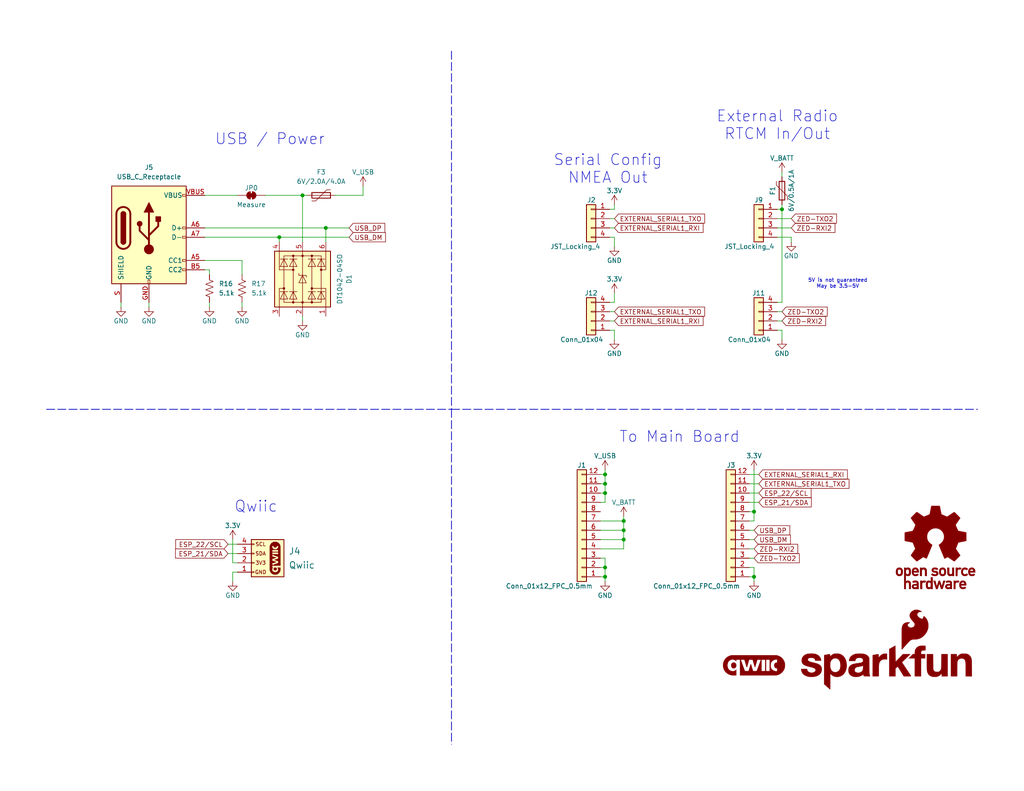
<source format=kicad_sch>
(kicad_sch (version 20231120) (generator "eeschema") (generator_version "8.0")
  (paper "USLetter")
  (title_block (title "SparkFun RTK Facet - External Connector") (date "2024-09-25") (rev "v13") (comment 1 "Designed by: N. Seidle"))
  (lib_symbols
    (symbol "SparkFun-Aesthetic:OSHW_Logo" (pin_names (offset 1.016)) (in_bom no))
    (symbol "SparkFun-Aesthetic:SparkFun_Logo" (pin_names (offset 1.016)) (on_board no))
    (symbol "SparkFun-Aesthetic:qwiic_Logo" (pin_names (offset 1.016)) (on_board no))
    (symbol "SparkFun-Connector:Conn_01x04" (pin_names (offset 1.016) hide)
      (property "Reference" "J" (at 0 5.08 0))
      (property "Value" "Conn_01x04" (at 0 -7.62 0))
      (symbol "Conn_01x04_1_1"
        (pin passive line (at -5.08 2.54 0) (length 3.81) (name "Pin_1") (number "1"))
        (pin passive line (at -5.08 0 0) (length 3.81) (name "Pin_2") (number "2"))
        (pin passive line (at -5.08 -2.54 0) (length 3.81) (name "Pin_3") (number "3"))
        (pin passive line (at -5.08 -5.08 0) (length 3.81) (name "Pin_4") (number "4"))
      )
    )
    (symbol "SparkFun-Connector:Conn_01x04_JST_1.25mm_Locking" (pin_names (offset 1.016) hide)
      (property "Reference" "J" (at 0 5.08 0))
      (property "Value" "JST_Locking_4" (at 0 -7.62 0))
      (symbol "Conn_01x04_JST_1.25mm_Locking_1_1"
        (pin passive line (at -5.08 2.54 0) (length 3.81) (name "Pin_1") (number "1"))
        (pin passive line (at -5.08 0 0) (length 3.81) (name "Pin_2") (number "2"))
        (pin passive line (at -5.08 -2.54 0) (length 3.81) (name "Pin_3") (number "3"))
        (pin passive line (at -5.08 -5.08 0) (length 3.81) (name "Pin_4") (number "4"))
        (pin no_connect line (at 6.35 -6.35 90) (length 5.08) hide (name "NC") (number "NC1"))
        (pin no_connect line (at 3.81 -6.35 90) (length 5.08) hide (name "NC") (number "NC2"))
      )
    )
    (symbol "SparkFun-Connector:Conn_01x12_FPC_0.5mm" (pin_names (offset 1.016) hide)
      (property "Reference" "J" (at 0 15.24 0))
      (property "Value" "Conn_01x12_FPC_0.5mm" (at 0 -17.78 0))
      (symbol "Conn_01x12_FPC_0.5mm_1_1"
        (pin passive line (at -5.08 12.7 0) (length 3.81) (name "Pin_1") (number "1"))
        (pin passive line (at -5.08 -10.16 0) (length 3.81) (name "Pin_10") (number "10"))
        (pin passive line (at -5.08 -12.7 0) (length 3.81) (name "Pin_11") (number "11"))
        (pin passive line (at -5.08 -15.24 0) (length 3.81) (name "Pin_12") (number "12"))
        (pin passive line (at -5.08 10.16 0) (length 3.81) (name "Pin_2") (number "2"))
        (pin passive line (at -5.08 7.62 0) (length 3.81) (name "Pin_3") (number "3"))
        (pin passive line (at -5.08 5.08 0) (length 3.81) (name "Pin_4") (number "4"))
        (pin passive line (at -5.08 2.54 0) (length 3.81) (name "Pin_5") (number "5"))
        (pin passive line (at -5.08 0 0) (length 3.81) (name "Pin_6") (number "6"))
        (pin passive line (at -5.08 -2.54 0) (length 3.81) (name "Pin_7") (number "7"))
        (pin passive line (at -5.08 -5.08 0) (length 3.81) (name "Pin_8") (number "8"))
        (pin passive line (at -5.08 -7.62 0) (length 3.81) (name "Pin_9") (number "9"))
      )
    )
    (symbol "SparkFun-Connector:Qwiic_Right_Angle" (pin_names (offset 1.016) hide)
      (property "Reference" "J" (at 0 5.08 0))
      (property "Value" "Qwiic_RA" (at 0 -7.62 0))
      (symbol "Qwiic_Right_Angle_1_1"
        (text "3V3" (at 1.27 -2.54 0) (effects (font (size 1 1))))
        (text "GND" (at 1.27 -5.08 0) (effects (font (size 1 1))))
        (text "SCL" (at 1.27 2.54 0) (effects (font (size 1 1))))
        (text "SDA" (at 1.27 0 0) (effects (font (size 1 1))))
        (pin passive line (at -5.08 -5.08 0) (length 3.81) (name "Pin_1") (number "1"))
        (pin passive line (at -5.08 -2.54 0) (length 3.81) (name "Pin_2") (number "2"))
        (pin passive line (at -5.08 0 0) (length 3.81) (name "Pin_3") (number "3"))
        (pin passive line (at -5.08 2.54 0) (length 3.81) (name "Pin_4") (number "4"))
        (pin no_connect line (at 5.08 3.81 270) (length 2.54) hide (name "NC") (number "NC1"))
        (pin no_connect line (at 6.35 3.81 270) (length 2.54) hide (name "NC") (number "NC2"))
      )
    )
    (symbol "SparkFun-Connector:USB_C_Receptacle" (pin_names (offset 1.016))
      (property "Reference" "J" (at -10.16 12.7 0))
      (property "Value" "USB_C_Receptacle" (at 19.05 12.7 0))
      (symbol "USB_C_Receptacle_1_1"
        (pin bidirectional line (at 15.24 -8.89 180) (length 5.08) (name "CC1") (number "A5"))
        (pin bidirectional line (at 15.24 0 180) (length 5.08) (name "D+") (number "A6"))
        (pin bidirectional line (at 15.24 -2.54 180) (length 5.08) (name "D-") (number "A7"))
        (pin no_connect line (at 2.54 -15.24 90) (length 5.08) hide (name "NC") (number "A8"))
        (pin bidirectional line (at 15.24 -11.43 180) (length 5.08) (name "CC2") (number "B5"))
        (pin bidirectional line (at 15.24 0 180) (length 5.08) hide (name "D+") (number "B6"))
        (pin bidirectional line (at 15.24 -2.54 180) (length 5.08) hide (name "D-") (number "B7"))
        (pin no_connect line (at 3.81 -15.24 90) (length 5.08) hide (name "NC") (number "B8"))
        (pin passive line (at 0 -20.32 90) (length 5.08) (name "GND") (number "GND"))
        (pin no_connect line (at -5.08 -15.24 90) (length 5.08) hide (name "NC") (number "NC1"))
        (pin no_connect line (at -3.81 -15.24 90) (length 5.08) hide (name "NC") (number "NC2"))
        (pin no_connect line (at -2.54 -15.24 90) (length 5.08) hide (name "NC") (number "NC3"))
        (pin passive line (at -7.62 -20.32 90) (length 5.08) (name "SHIELD") (number "S"))
        (pin power_out line (at 15.24 8.89 180) (length 5.08) (name "VBUS") (number "VBUS"))
      )
    )
    (symbol "SparkFun-DiscreteSemi:D_TVS_ESD_USB" (pin_names hide)
      (property "Reference" "D" (at -8.636 -2.794 90))
      (property "Value" "DT1042-04SO" (at 9.398 -8.382 90))
      (symbol "D_TVS_ESD_USB_1_1"
        (pin passive line (at -6.35 -11.43 90) (length 2.54) (name "I/O1") (number "1"))
        (pin passive line (at 0 -11.43 90) (length 2.54) (name "GND") (number "2"))
        (pin passive line (at 6.35 -11.43 90) (length 2.54) (name "I/O2") (number "3"))
        (pin passive line (at 6.35 8.89 270) (length 2.54) (name "I/O3") (number "4"))
        (pin passive line (at 0 8.89 270) (length 2.54) (name "VCC") (number "5"))
        (pin passive line (at -6.35 8.89 270) (length 2.54) (name "I/O4") (number "6"))
      )
    )
    (symbol "SparkFun-Fuse:Fuse 6V/0.5A/1A" (pin_numbers hide) (pin_names (offset 0))
      (property "Reference" "F" (at 0 2.54 0))
      (property "Value" "6V/0.5A/1A" (at 0 -2.54 0))
      (symbol "Fuse 6V/0.5A/1A_1_1"
        (pin passive line (at 3.81 0 180) (length 1.27) (name "~") (number "1"))
        (pin passive line (at -3.81 0 0) (length 1.27) (name "~") (number "2"))
      )
    )
    (symbol "SparkFun-Fuse:Fuse 6V/2.0A/4.0A" (pin_numbers hide) (pin_names (offset 0))
      (property "Reference" "F" (at 0 2.54 0))
      (property "Value" "6V/2.0A/4.0A" (at 0 -2.54 0))
      (symbol "Fuse 6V/2.0A/4.0A_1_1"
        (pin passive line (at 3.81 0 180) (length 1.27) (name "~") (number "1"))
        (pin passive line (at -3.81 0 0) (length 1.27) (name "~") (number "2"))
      )
    )
    (symbol "SparkFun-Jumper:Jumper_Measure" (pin_numbers hide) (pin_names (offset 0) hide)
      (property "Reference" "JP" (at 0 2.032 0))
      (property "Value" "Measure" (at 0 -2.54 0))
      (symbol "Jumper_Measure_1_1"
        (pin passive line (at -3.81 0 0) (length 2.54) (name "A") (number "1"))
        (pin passive line (at 3.81 0 180) (length 2.54) (name "B") (number "2"))
      )
    )
    (symbol "SparkFun-PowerSymbol:3.3V" (power) (pin_names (offset 0))
      (property "Value" "3.3V" (at 0 3.81 0))
      (symbol "3.3V_1_1"
        (pin power_in line (at 0 0 90) (length 0) hide (name "3.3V") (number "1"))
      )
    )
    (symbol "SparkFun-PowerSymbol:GND" (power) (pin_names (offset 0))
      (property "Value" "GND" (at 0 -3.81 0))
      (symbol "GND_1_1"
        (pin power_in line (at 0 0 270) (length 0) hide (name "GND") (number "1"))
      )
    )
    (symbol "SparkFun-PowerSymbol:VBATT" (power) (pin_names (offset 0))
      (property "Value" "VBATT" (at 0 3.81 0))
      (symbol "VBATT_1_1"
        (pin power_in line (at 0 0 90) (length 0) hide (name "VBATT") (number "1"))
      )
    )
    (symbol "SparkFun-PowerSymbol:VUSB" (power) (pin_names (offset 0))
      (property "Value" "VUSB" (at 0 3.81 0))
      (symbol "VUSB_1_1"
        (pin power_in line (at 0 0 90) (length 0) hide (name "VUSB") (number "1"))
      )
    )
    (symbol "SparkFun-Resistor:5.1k_0603" (pin_numbers hide) (pin_names (offset 0))
      (property "Reference" "R" (at 0 -2.54 0))
      (property "Value" "5.1k" (at 0 2.54 0))
      (symbol "5.1k_0603_1_1"
        (pin passive line (at 3.81 0 180) (length 1.27) (name "~") (number "1"))
        (pin passive line (at -3.81 0 0) (length 1.27) (name "~") (number "2"))
      )
    )
  )
  (junction (at 88.9 62.23))
  (junction (at 170.18 142.24))
  (junction (at 170.18 144.78))
  (junction (at 165.1 132.08))
  (junction (at 205.74 157.48))
  (junction (at 76.2 64.77))
  (junction (at 165.1 154.94))
  (junction (at 165.1 129.54))
  (junction (at 205.74 139.7))
  (junction (at 170.18 147.32))
  (junction (at 82.55 53.34))
  (junction (at 165.1 134.62))
  (junction (at 213.36 57.15))
  (junction (at 165.1 157.48))
  (polyline (pts (xy 123.19 111.76) (xy 123.19 111.76)) (stroke (width 0.2032) (type dash)))
  (wire (pts (xy 82.55 53.34) (xy 83.82 53.34)))
  (wire (pts (xy 212.09 87.63) (xy 213.36 87.63)) (stroke (width 0.1524)))
  (wire (pts (xy 163.83 144.78) (xy 170.18 144.78)) (stroke (width 0.1524)))
  (wire (pts (xy 205.74 139.7) (xy 205.74 142.24)) (stroke (width 0.1524)))
  (wire (pts (xy 166.37 82.55) (xy 167.64 82.55)) (stroke (width 0.1524)))
  (wire (pts (xy 212.09 64.77) (xy 215.9 64.77)) (stroke (width 0.1524)))
  (wire (pts (xy 57.15 83.82) (xy 57.15 82.55)) (stroke (width 0.1524)))
  (wire (pts (xy 205.74 142.24) (xy 204.47 142.24)) (stroke (width 0.1524)))
  (wire (pts (xy 204.47 154.94) (xy 205.74 154.94)) (stroke (width 0.1524)))
  (wire (pts (xy 166.37 57.15) (xy 167.64 57.15)) (stroke (width 0.1524)))
  (wire (pts (xy 165.1 154.94) (xy 165.1 157.48)) (stroke (width 0.1524)))
  (wire (pts (xy 204.47 132.08) (xy 207.0284 132.08)) (stroke (width 0.1524)))
  (wire (pts (xy 55.88 73.66) (xy 57.15 73.66)) (stroke (width 0.1524)))
  (wire (pts (xy 213.36 90.17) (xy 213.36 92.71)) (stroke (width 0.1524)))
  (wire (pts (xy 64.77 156.21) (xy 63.5 156.21)) (stroke (width 0.1524)))
  (wire (pts (xy 205.74 157.48) (xy 205.74 158.75)) (stroke (width 0.1524)))
  (wire (pts (xy 82.55 53.34) (xy 82.55 66.04)))
  (wire (pts (xy 204.47 157.48) (xy 205.74 157.48)) (stroke (width 0.1524)))
  (wire (pts (xy 64.77 153.67) (xy 63.5 153.67)) (stroke (width 0.1524)))
  (wire (pts (xy 163.83 142.24) (xy 170.18 142.24)) (stroke (width 0.1524)))
  (wire (pts (xy 212.09 82.55) (xy 213.36 82.55)) (stroke (width 0.1524)))
  (wire (pts (xy 40.64 83.82) (xy 40.64 82.55)))
  (wire (pts (xy 99.06 53.34) (xy 99.06 50.8)) (stroke (width 0.1524)))
  (wire (pts (xy 57.15 73.66) (xy 57.15 74.93)) (stroke (width 0.1524)))
  (wire (pts (xy 88.9 62.23) (xy 95.25 62.23)))
  (wire (pts (xy 213.36 46.99) (xy 213.36 48.26)) (stroke (width 0.1524)))
  (wire (pts (xy 213.36 57.15) (xy 213.36 82.55)) (stroke (width 0.1524)))
  (wire (pts (xy 64.77 148.59) (xy 62.23 148.59)) (stroke (width 0.1524)))
  (wire (pts (xy 66.04 74.93) (xy 66.04 71.12)) (stroke (width 0.1524)))
  (wire (pts (xy 205.74 154.94) (xy 205.74 157.48)) (stroke (width 0.1524)))
  (wire (pts (xy 170.18 147.32) (xy 170.18 144.78)) (stroke (width 0.1524)))
  (wire (pts (xy 165.1 132.08) (xy 165.1 129.54)) (stroke (width 0.1524)))
  (wire (pts (xy 165.1 134.62) (xy 165.1 132.08)) (stroke (width 0.1524)))
  (wire (pts (xy 215.9 64.77) (xy 215.9 66.04)) (stroke (width 0.1524)))
  (wire (pts (xy 170.18 149.86) (xy 170.18 147.32)) (stroke (width 0.1524)))
  (polyline (pts (xy 123.19 111.76) (xy 123.19 203.2)) (stroke (width 0.2032) (type dash)))
  (wire (pts (xy 166.37 64.77) (xy 167.64 64.77)) (stroke (width 0.1524)))
  (wire (pts (xy 212.09 62.23) (xy 215.9 62.23)) (stroke (width 0.1524)))
  (wire (pts (xy 55.88 64.77) (xy 76.2 64.77)))
  (wire (pts (xy 213.36 57.15) (xy 213.36 55.88)) (stroke (width 0.1524)))
  (wire (pts (xy 63.5 156.21) (xy 63.5 158.75)) (stroke (width 0.1524)))
  (wire (pts (xy 64.77 151.13) (xy 62.23 151.13)) (stroke (width 0.1524)))
  (wire (pts (xy 204.47 147.32) (xy 205.74 147.32)) (stroke (width 0.1524)))
  (wire (pts (xy 212.09 85.09) (xy 213.36 85.09)) (stroke (width 0.1524)))
  (wire (pts (xy 76.2 64.77) (xy 95.25 64.77)))
  (wire (pts (xy 163.83 149.86) (xy 170.18 149.86)) (stroke (width 0.1524)))
  (wire (pts (xy 212.09 90.17) (xy 213.36 90.17)) (stroke (width 0.1524)))
  (wire (pts (xy 55.88 71.12) (xy 66.04 71.12)) (stroke (width 0.1524)))
  (polyline (pts (xy 123.19 111.76) (xy 266.7 111.76)) (stroke (width 0.2032) (type dash)))
  (wire (pts (xy 91.44 53.34) (xy 99.06 53.34)) (stroke (width 0.1524)))
  (wire (pts (xy 72.39 53.34) (xy 82.55 53.34)) (stroke (width 0.1524)))
  (wire (pts (xy 163.83 152.4) (xy 165.1 152.4)) (stroke (width 0.1524)))
  (wire (pts (xy 166.37 62.23) (xy 167.64 62.23)) (stroke (width 0.1524)))
  (polyline (pts (xy 12.7 111.76) (xy 123.19 111.76)) (stroke (width 0.2032) (type dash)))
  (wire (pts (xy 165.1 137.16) (xy 165.1 134.62)) (stroke (width 0.1524)))
  (wire (pts (xy 88.9 66.04) (xy 88.9 62.23)))
  (wire (pts (xy 170.18 144.78) (xy 170.18 142.24)) (stroke (width 0.1524)))
  (wire (pts (xy 166.37 85.09) (xy 167.64 85.09)) (stroke (width 0.1524)))
  (wire (pts (xy 204.47 144.78) (xy 205.74 144.78)) (stroke (width 0.1524)))
  (wire (pts (xy 167.64 90.17) (xy 167.64 92.71)) (stroke (width 0.1524)))
  (polyline (pts (xy 123.19 13.97) (xy 123.19 111.76)) (stroke (width 0.2032) (type dash)))
  (wire (pts (xy 163.83 132.08) (xy 165.1 132.08)) (stroke (width 0.1524)))
  (wire (pts (xy 166.37 59.69) (xy 167.64 59.69)) (stroke (width 0.1524)))
  (wire (pts (xy 82.55 87.63) (xy 82.55 86.36)))
  (wire (pts (xy 163.83 154.94) (xy 165.1 154.94)) (stroke (width 0.1524)))
  (wire (pts (xy 163.83 157.48) (xy 165.1 157.48)) (stroke (width 0.1524)))
  (wire (pts (xy 166.37 87.63) (xy 167.64 87.63)) (stroke (width 0.1524)))
  (wire (pts (xy 63.5 153.67) (xy 63.5 147.32)) (stroke (width 0.1524)))
  (wire (pts (xy 204.47 149.86) (xy 205.74 149.86)) (stroke (width 0.1524)))
  (wire (pts (xy 205.74 139.7) (xy 205.74 128.27)) (stroke (width 0.1524)))
  (wire (pts (xy 204.47 137.16) (xy 207.0284 137.16)) (stroke (width 0.1524)))
  (wire (pts (xy 163.83 134.62) (xy 165.1 134.62)) (stroke (width 0.1524)))
  (wire (pts (xy 165.1 129.54) (xy 165.1 128.27)) (stroke (width 0.1524)))
  (wire (pts (xy 165.1 152.4) (xy 165.1 154.94)) (stroke (width 0.1524)))
  (wire (pts (xy 167.64 82.55) (xy 167.64 80.01)) (stroke (width 0.1524)))
  (wire (pts (xy 204.47 134.62) (xy 207.0284 134.62)) (stroke (width 0.1524)))
  (wire (pts (xy 204.47 152.4) (xy 205.74 152.4)) (stroke (width 0.1524)))
  (wire (pts (xy 212.09 57.15) (xy 213.36 57.15)) (stroke (width 0.1524)))
  (wire (pts (xy 76.2 64.77) (xy 76.2 66.04)))
  (wire (pts (xy 170.18 142.24) (xy 170.18 140.97)) (stroke (width 0.1524)))
  (wire (pts (xy 204.47 139.7) (xy 205.74 139.7)) (stroke (width 0.1524)))
  (wire (pts (xy 66.04 83.82) (xy 66.04 82.55)) (stroke (width 0.1524)))
  (wire (pts (xy 165.1 129.54) (xy 163.83 129.54)) (stroke (width 0.1524)))
  (wire (pts (xy 33.02 83.82) (xy 33.02 82.55)))
  (wire (pts (xy 165.1 157.48) (xy 165.1 158.75)) (stroke (width 0.1524)))
  (wire (pts (xy 64.77 53.34) (xy 55.88 53.34)) (stroke (width 0.1524)))
  (wire (pts (xy 204.47 129.54) (xy 207.01 129.54)) (stroke (width 0.1524)))
  (wire (pts (xy 55.88 62.23) (xy 88.9 62.23)))
  (wire (pts (xy 167.64 64.77) (xy 167.64 67.31)) (stroke (width 0.1524)))
  (wire (pts (xy 212.09 59.69) (xy 215.9 59.69)) (stroke (width 0.1524)))
  (wire (pts (xy 163.83 147.32) (xy 170.18 147.32)) (stroke (width 0.1524)))
  (wire (pts (xy 163.83 137.16) (xy 165.1 137.16)) (stroke (width 0.1524)))
  (wire (pts (xy 167.64 57.15) (xy 167.64 55.88)) (stroke (width 0.1524)))
  (wire (pts (xy 166.37 90.17) (xy 167.64 90.17)) (stroke (width 0.1524)))
  (text "USB / Power" (at 73.66 38.1 0) (effects (font (size 3 3))))
  (text "Serial Config\nNMEA Out" (at 165.862 46.228 0) (effects (font (size 3 3))))
  (text "Qwiic" (at 69.85 138.43 0) (effects (font (size 3 3))))
  (text "5V is not guaranteed\nMay be 3.5-5V" (at 228.6 77.47 0) (effects (font (size 1 1))))
  (text "To Main Board" (at 185.42 119.38 0) (effects (font (size 3 3))))
  (text "External Radio\nRTCM In/Out" (at 212.09 34.29 0) (effects (font (size 3 3))))
  (global_label "ZED-RXI2" (shape input) (at 205.74 149.86 0) (property "Intersheetrefs" "${INTERSHEET_REFS}" (effects (hide yes))))
  (global_label "ZED-RXI2" (shape input) (at 213.36 87.63 0) (property "Intersheetrefs" "${INTERSHEET_REFS}" (effects (hide yes))))
  (global_label "ZED-TXO2" (shape input) (at 205.74 152.4 0) (property "Intersheetrefs" "${INTERSHEET_REFS}" (effects (hide yes))))
  (global_label "ZED-RXI2" (shape input) (at 215.9 62.23 0) (property "Intersheetrefs" "${INTERSHEET_REFS}" (effects (hide yes))))
  (global_label "ZED-TXO2" (shape input) (at 215.9 59.69 0) (property "Intersheetrefs" "${INTERSHEET_REFS}" (effects (hide yes))))
  (global_label "EXTERNAL_SERIAL1_RXI" (shape input) (at 167.64 87.63 0) (property "Intersheetrefs" "${INTERSHEET_REFS}" (effects (hide yes))))
  (global_label "USB_DP" (shape input) (at 205.74 144.78 0) (property "Intersheetrefs" "${INTERSHEET_REFS}" (effects (hide yes))))
  (global_label "ZED-TXO2" (shape input) (at 213.36 85.09 0) (property "Intersheetrefs" "${INTERSHEET_REFS}" (effects (hide yes))))
  (global_label "EXTERNAL_SERIAL1_RXI" (shape input) (at 167.64 62.23 0) (property "Intersheetrefs" "${INTERSHEET_REFS}" (effects (hide yes))))
  (global_label "ESP_22/SCL" (shape input) (at 62.23 148.59 180) (property "Intersheetrefs" "${INTERSHEET_REFS}" (effects (hide yes))))
  (global_label "EXTERNAL_SERIAL1_TXO" (shape input) (at 207.0284 132.08 0) (property "Intersheetrefs" "${INTERSHEET_REFS}" (effects (hide yes))))
  (global_label "USB_DP" (shape input) (at 95.25 62.23 0) (property "Intersheetrefs" "${INTERSHEET_REFS}" (effects (hide yes))))
  (global_label "USB_DM" (shape input) (at 205.74 147.32 0) (property "Intersheetrefs" "${INTERSHEET_REFS}" (effects (hide yes))))
  (global_label "USB_DM" (shape input) (at 95.25 64.77 0) (property "Intersheetrefs" "${INTERSHEET_REFS}" (effects (hide yes))))
  (global_label "EXTERNAL_SERIAL1_RXI" (shape input) (at 207.01 129.54 0) (property "Intersheetrefs" "${INTERSHEET_REFS}" (effects (hide yes))))
  (global_label "EXTERNAL_SERIAL1_TXO" (shape input) (at 167.64 59.69 0) (property "Intersheetrefs" "${INTERSHEET_REFS}" (effects (hide yes))))
  (global_label "EXTERNAL_SERIAL1_TXO" (shape input) (at 167.64 85.09 0) (property "Intersheetrefs" "${INTERSHEET_REFS}" (effects (hide yes))))
  (global_label "ESP_21/SDA" (shape input) (at 207.0284 137.16 0) (property "Intersheetrefs" "${INTERSHEET_REFS}" (effects (hide yes))))
  (global_label "ESP_21/SDA" (shape input) (at 62.23 151.13 180) (property "Intersheetrefs" "${INTERSHEET_REFS}" (effects (hide yes))))
  (global_label "ESP_22/SCL" (shape input) (at 207.0284 134.62 0) (property "Intersheetrefs" "${INTERSHEET_REFS}" (effects (hide yes))))
  (symbol (lib_id "SparkFun-Resistor:5.1k_0603") (at 66.04 78.74 90) (unit 1)
    (property "Reference" "R17" (at 68.58 77.4699 90) (effects (justify right)))
    (property "Value" "5.1k" (at 68.58 80.0099 90) (effects (justify right)))
    (property "Footprint" "SparkFun-Resistor:R_0603_1608Metric" (effects (hide yes)))
    (property "Datasheet" "https://www.vishay.com/docs/20035/dcrcwe3.pdf" (effects (hide yes)))
    (property "Description" "Resistor" (effects (hide yes)))
    (property "PROD_ID" "RES-12083" (effects (hide yes)))
  )
  (symbol (lib_id "SparkFun-Aesthetic:qwiic_Logo") (at 205.74 181.61 0) (unit 1) (on_board no)
    (property "Reference" "G2" (effects (hide yes)))
    (property "Value" "qwiic_Logo" (effects (hide yes)))
  )
  (symbol (lib_id "SparkFun-PowerSymbol:GND") (at 165.1 158.75 0) (mirror y) (unit 1)
    (property "Reference" "#PWR05" (effects (hide yes)))
    (property "Value" "GND" (at 165.1 162.56 0))
    (property "Description" "Power symbol creates a global label with name \"GND\" , ground" (effects (hide yes)))
  )
  (symbol (lib_id "SparkFun-PowerSymbol:3.3V") (at 205.74 128.27 0) (mirror y) (unit 1)
    (property "Reference" "#SUPPLY01" (effects (hide yes)))
    (property "Value" "3.3V" (at 205.74 124.46 0))
    (property "Description" "Power symbol creates a global label with name \"3.3V\"" (effects (hide yes)))
  )
  (symbol (lib_id "SparkFun-PowerSymbol:VUSB") (at 165.1 128.27 0) (unit 1)
    (property "Reference" "#PWR0102" (effects (hide yes)))
    (property "Value" "V_USB" (at 165.1 124.46 0))
    (property "Description" "Power symbol creates a global label with name \"VUSB\"" (effects (hide yes)))
  )
  (symbol (lib_id "SparkFun-PowerSymbol:GND") (at 82.55 87.63 0) (unit 1)
    (property "Reference" "#PWR04" (effects (hide yes)))
    (property "Value" "GND" (at 82.55 91.44 0))
    (property "Description" "Power symbol creates a global label with name \"GND\" , ground" (effects (hide yes)))
  )
  (symbol (lib_id "SparkFun-PowerSymbol:GND") (at 40.64 83.82 0) (unit 1)
    (property "Reference" "#PWR031" (effects (hide yes)))
    (property "Value" "GND" (at 40.64 87.63 0))
    (property "Description" "Power symbol creates a global label with name \"GND\" , ground" (effects (hide yes)))
  )
  (symbol (lib_id "SparkFun-Fuse:Fuse 6V/2.0A/4.0A") (at 87.63 53.34 0) (unit 1)
    (property "Reference" "F3" (at 87.63 46.99 0))
    (property "Value" "6V/2.0A/4.0A" (at 87.63 49.53 0))
    (property "Footprint" "SparkFun-Fuse:1210" (effects (hide yes)))
    (property "Datasheet" "https://www.belfuse.com/resources/datasheets/circuitprotection/ds-cp-0zch-series.pdf" (effects (hide yes)))
    (property "Description" "Resettable fuse 2A" (effects (hide yes)))
    (property "PROD_ID" "RES-14313" (effects (hide yes)))
  )
  (symbol (lib_id "SparkFun-PowerSymbol:GND") (at 63.5 158.75 0) (unit 1)
    (property "Reference" "#PWR01" (effects (hide yes)))
    (property "Value" "GND" (at 63.5 162.56 0))
    (property "Description" "Power symbol creates a global label with name \"GND\" , ground" (effects (hide yes)))
  )
  (symbol (lib_id "SparkFun-Connector:Conn_01x12_FPC_0.5mm") (at 199.39 144.78 180) (unit 1)
    (property "Reference" "J3" (at 200.66 127 0) (effects (justify left)))
    (property "Value" "Conn_01x12_FPC_0.5mm" (at 201.93 160.02 0) (effects (justify left)))
    (property "Footprint" "SparkFun-Connector:FPC_0.5mm-12" (effects (hide yes)))
    (property "Description" "FPC 0.5mm Dual Contact Back Flip Arm" (effects (hide yes)))
    (property "PROD_ID" "CONN-15766" (effects (hide yes)))
  )
  (symbol (lib_id "SparkFun-PowerSymbol:VUSB") (at 99.06 50.8 0) (unit 1)
    (property "Reference" "#PWR0101" (effects (hide yes)))
    (property "Value" "V_USB" (at 99.06 46.99 0))
    (property "Description" "Power symbol creates a global label with name \"VUSB\"" (effects (hide yes)))
  )
  (symbol (lib_id "SparkFun-PowerSymbol:GND") (at 213.36 92.71 0) (unit 1)
    (property "Reference" "#PWR026" (effects (hide yes)))
    (property "Value" "GND" (at 213.36 96.52 0))
    (property "Description" "Power symbol creates a global label with name \"GND\" , ground" (effects (hide yes)))
  )
  (symbol (lib_id "SparkFun-Resistor:5.1k_0603") (at 57.15 78.74 90) (unit 1)
    (property "Reference" "R16" (at 59.69 77.4699 90) (effects (justify right)))
    (property "Value" "5.1k" (at 59.69 80.0099 90) (effects (justify right)))
    (property "Footprint" "SparkFun-Resistor:R_0603_1608Metric" (effects (hide yes)))
    (property "Datasheet" "https://www.vishay.com/docs/20035/dcrcwe3.pdf" (effects (hide yes)))
    (property "Description" "Resistor" (effects (hide yes)))
    (property "PROD_ID" "RES-12083" (effects (hide yes)))
  )
  (symbol (lib_id "SparkFun-PowerSymbol:VBATT") (at 170.18 140.97 0) (mirror y) (unit 1)
    (property "Reference" "#PWR06" (effects (hide yes)))
    (property "Value" "V_BATT" (at 170.18 137.16 0))
    (property "Description" "Power symbol creates a global label with name \"VBATT\"" (effects (hide yes)))
  )
  (symbol (lib_id "SparkFun-PowerSymbol:3.3V") (at 167.64 55.88 0) (mirror y) (unit 1)
    (property "Reference" "#SUPPLY04" (effects (hide yes)))
    (property "Value" "3.3V" (at 167.64 52.07 0))
    (property "Description" "Power symbol creates a global label with name \"3.3V\"" (effects (hide yes)))
  )
  (symbol (lib_id "SparkFun-DiscreteSemi:D_TVS_ESD_USB") (at 82.55 74.93 0) (mirror y) (unit 1)
    (property "Reference" "D1" (at 95.25 76.2 90))
    (property "Value" "DT1042-04SO" (at 92.71 76.2 90))
    (property "Footprint" "SparkFun-Semiconductor-Standard:SOT23-6" (effects (hide yes)))
    (property "Datasheet" "https://www.diodes.com/assets/Datasheets/DT1042-04SO.pdf" (effects (hide yes)))
    (property "Description" "Very low capacitance ESD protection diode, 4 data-line, SOT-23-6" (effects (hide yes)))
    (property "PROD_ID" "IC-13538" (effects (hide yes)))
  )
  (symbol (lib_id "SparkFun-Connector:Conn_01x04_JST_1.25mm_Locking") (at 207.01 59.69 0) (mirror y) (unit 1)
    (property "Reference" "J9" (at 207.01 54.61 0))
    (property "Value" "JST_Locking_4" (at 204.47 67.31 0))
    (property "Footprint" "SparkFun-Connector:JST_SMD_1.25mm-4_Locking" (effects (hide yes)))
    (property "Description" "Generic connector, single row, 01x04, script generated (kicad-library-utils/schlib/autogen/connector/)" (effects (hide yes)))
    (property "PROD_ID" "CONN-15303" (effects (hide yes)))
  )
  (symbol (lib_id "SparkFun-Connector:Conn_01x04") (at 207.01 87.63 180) (unit 1)
    (property "Reference" "J11" (at 207.01 80.01 0))
    (property "Value" "Conn_01x04" (at 204.47 92.71 0))
    (property "Footprint" "SparkFun-Connector:1x04" (effects (hide yes)))
    (property "Description" "Generic connector, single row, 01x04, script generated (kicad-library-utils/schlib/autogen/connector/)" (effects (hide yes)))
  )
  (symbol (lib_id "SparkFun-Connector:Qwiic_Right_Angle") (at 69.85 151.13 0) (unit 1)
    (property "Reference" "J4" (at 78.74 150.4949 0) (effects (font (size 1.778 1.778)) (justify left)))
    (property "Value" "Qwiic" (at 78.74 154.3049 0) (effects (font (size 1.778 1.778)) (justify left)))
    (property "Footprint" "SparkFun-Connector:JST_SMD_1.0mm-4_RA" (effects (hide yes)))
    (property "Datasheet" "https://www.jst-mfg.com/product/pdf/eng/eSH.pdf" (effects (hide yes)))
    (property "Description" "4 pin JST 1mm polarized connector for I2C" (effects (hide yes)))
    (property "PROD_ID" "CONN-13694" (effects (hide yes)))
  )
  (symbol (lib_id "SparkFun-Connector:Conn_01x04_JST_1.25mm_Locking") (at 161.29 59.69 0) (mirror y) (unit 1)
    (property "Reference" "J2" (at 162.56 54.61 0) (effects (justify left)))
    (property "Value" "JST_Locking_4" (at 163.83 67.31 0) (effects (justify left)))
    (property "Footprint" "SparkFun-Connector:JST_SMD_1.25mm-4_Locking" (effects (hide yes)))
    (property "Description" "Generic connector, single row, 01x04, script generated (kicad-library-utils/schlib/autogen/connector/)" (effects (hide yes)))
    (property "PROD_ID" "CONN-15303" (effects (hide yes)))
  )
  (symbol (lib_id "SparkFun-Aesthetic:SparkFun_Logo") (at 241.3 181.61 0) (unit 1) (on_board no)
    (property "Reference" "G1" (effects (hide yes)))
    (property "Value" "SparkFun_Logo" (effects (hide yes)))
  )
  (symbol (lib_id "SparkFun-Connector:Conn_01x04") (at 161.29 87.63 180) (unit 1)
    (property "Reference" "J12" (at 161.29 80.01 0))
    (property "Value" "Conn_01x04" (at 158.75 92.71 0))
    (property "Footprint" "SparkFun-Connector:1x04" (effects (hide yes)))
    (property "Description" "Generic connector, single row, 01x04, script generated (kicad-library-utils/schlib/autogen/connector/)" (effects (hide yes)))
  )
  (symbol (lib_id "SparkFun-PowerSymbol:VBATT") (at 213.36 46.99 0) (unit 1)
    (property "Reference" "#PWR010" (effects (hide yes)))
    (property "Value" "V_BATT" (at 213.36 43.18 0))
    (property "Description" "Power symbol creates a global label with name \"VBATT\"" (effects (hide yes)))
  )
  (symbol (lib_id "SparkFun-PowerSymbol:3.3V") (at 167.64 80.01 0) (mirror y) (unit 1)
    (property "Reference" "#SUPPLY09" (effects (hide yes)))
    (property "Value" "3.3V" (at 167.64 76.2 0))
    (property "Description" "Power symbol creates a global label with name \"3.3V\"" (effects (hide yes)))
  )
  (symbol (lib_id "SparkFun-PowerSymbol:GND") (at 167.64 92.71 0) (unit 1)
    (property "Reference" "#PWR017" (effects (hide yes)))
    (property "Value" "GND" (at 167.64 96.52 0))
    (property "Description" "Power symbol creates a global label with name \"GND\" , ground" (effects (hide yes)))
  )
  (symbol (lib_id "SparkFun-PowerSymbol:GND") (at 66.04 83.82 0) (unit 1)
    (property "Reference" "#PWR029" (effects (hide yes)))
    (property "Value" "GND" (at 66.04 87.63 0))
    (property "Description" "Power symbol creates a global label with name \"GND\" , ground" (effects (hide yes)))
  )
  (symbol (lib_id "SparkFun-Connector:USB_C_Receptacle") (at 40.64 62.23 0) (unit 1)
    (property "Reference" "J5" (at 40.64 45.72 0))
    (property "Value" "USB_C_Receptacle" (at 40.64 48.26 0))
    (property "Footprint" "SparkFun-Connector:USB-C_16" (effects (hide yes)))
    (property "Datasheet" "https://www.usb.org/sites/default/files/documents/usb_type-c.zip" (effects (hide yes)))
    (property "Description" "USB 2.0-only Type-C Receptacle connector" (effects (hide yes)))
    (property "PROD_ID" "CONN-14122" (effects (hide yes)))
  )
  (symbol (lib_id "SparkFun-Connector:Conn_01x12_FPC_0.5mm") (at 158.75 144.78 180) (unit 1)
    (property "Reference" "J1" (at 158.75 127 0))
    (property "Value" "Conn_01x12_FPC_0.5mm" (at 149.86 160.02 0))
    (property "Footprint" "SparkFun-Connector:FPC_0.5mm-12" (effects (hide yes)))
    (property "Description" "FPC 0.5mm Dual Contact Back Flip Arm" (effects (hide yes)))
    (property "PROD_ID" "CONN-15766" (effects (hide yes)))
  )
  (symbol (lib_id "SparkFun-PowerSymbol:GND") (at 205.74 158.75 0) (mirror y) (unit 1)
    (property "Reference" "#PWR02" (effects (hide yes)))
    (property "Value" "GND" (at 205.74 162.56 0))
    (property "Description" "Power symbol creates a global label with name \"GND\" , ground" (effects (hide yes)))
  )
  (symbol (lib_id "SparkFun-PowerSymbol:GND") (at 57.15 83.82 0) (unit 1)
    (property "Reference" "#PWR028" (effects (hide yes)))
    (property "Value" "GND" (at 57.15 87.63 0))
    (property "Description" "Power symbol creates a global label with name \"GND\" , ground" (effects (hide yes)))
  )
  (symbol (lib_id "SparkFun-PowerSymbol:GND") (at 215.9 66.04 0) (unit 1)
    (property "Reference" "#PWR07" (effects (hide yes)))
    (property "Value" "GND" (at 215.9 69.85 0))
    (property "Description" "Power symbol creates a global label with name \"GND\" , ground" (effects (hide yes)))
  )
  (symbol (lib_id "SparkFun-PowerSymbol:GND") (at 33.02 83.82 0) (unit 1)
    (property "Reference" "#PWR03" (effects (hide yes)))
    (property "Value" "GND" (at 33.02 87.63 0))
    (property "Description" "Power symbol creates a global label with name \"GND\" , ground" (effects (hide yes)))
  )
  (symbol (lib_id "SparkFun-Aesthetic:OSHW_Logo") (at 255.27 153.67 0) (unit 1) (in_bom no)
    (property "Reference" "G3" (effects (hide yes)))
    (property "Value" "OSHW_Logo" (effects (hide yes)))
    (property "Footprint" "SparkFun-Aesthetic:Creative_Commons_License" (effects (hide yes)))
  )
  (symbol (lib_id "SparkFun-PowerSymbol:3.3V") (at 63.5 147.32 0) (unit 1)
    (property "Reference" "#SUPPLY08" (effects (hide yes)))
    (property "Value" "3.3V" (at 63.5 143.51 0))
    (property "Description" "Power symbol creates a global label with name \"3.3V\"" (effects (hide yes)))
  )
  (symbol (lib_id "SparkFun-Fuse:Fuse 6V/0.5A/1A") (at 213.36 52.07 90) (unit 1)
    (property "Reference" "F1" (at 210.82 52.07 0))
    (property "Value" "6V/0.5A/1A" (at 215.9 52.07 0))
    (property "Footprint" "SparkFun-Fuse:0805" (effects (hide yes)))
    (property "Datasheet" "https://www.belfuse.com/resources/datasheets/circuitprotection/ds-cp-0zck-series.pdf" (effects (hide yes)))
    (property "Description" "Resettable fuse" (effects (hide yes)))
    (property "PROD_ID" "RES-13945" (effects (hide yes)))
  )
  (symbol (lib_id "SparkFun-PowerSymbol:GND") (at 167.64 67.31 0) (unit 1)
    (property "Reference" "#PWR0103" (effects (hide yes)))
    (property "Value" "GND" (at 167.64 71.12 0))
    (property "Description" "Power symbol creates a global label with name \"GND\" , ground" (effects (hide yes)))
  )
  (symbol (lib_id "SparkFun-Jumper:Jumper_Measure") (at 68.58 53.34 0) (unit 1)
    (property "Reference" "JP0" (at 68.58 51.308 0))
    (property "Value" "Measure" (at 68.58 55.88 0))
    (property "Footprint" "SparkFun-Jumper:Jumper_2_PTH_SMD_Combo-NC" (effects (hide yes)))
    (property "Description" "Solder Jumper, 2-pole, closed/bridged" (effects (hide yes)))
  )
)
</source>
